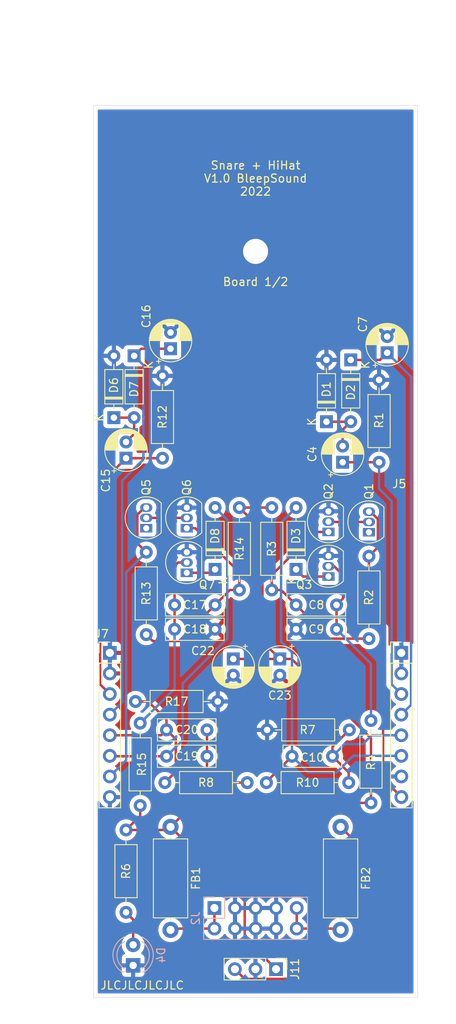
<source format=kicad_pcb>
(kicad_pcb (version 20211014) (generator pcbnew)
  (layers (0 "F.Cu" signal) (31 "B.Cu" signal) (34 "B.Paste" user) (35 "F.Paste" user) (36 "B.SilkS" user "B.Silkscreen") (37 "F.SilkS" user "F.Silkscreen") (38 "B.Mask" user) (39 "F.Mask" user) (44 "Edge.Cuts" user))
  (net 0 "")
  (net 1 "GND")
  (net 2 "+12V")
  (net 3 "-12V")
  (net 4 "Net-(C4-Pad2)")
  (net 5 "Net-(C8-Pad1)")
  (net 6 "Net-(FB1-Pad2)")
  (net 7 "Net-(FB2-Pad2)")
  (net 8 "/DeH")
  (net 9 "/SnI")
  (net 10 "/SnH")
  (net 11 "Net-(C8-Pad2)")
  (net 12 "/So")
  (net 13 "/HiDH")
  (net 14 "Net-(C15-Pad2)")
  (net 15 "/HiI")
  (net 16 "/HiH")
  (net 17 "Net-(C17-Pad2)")
  (net 18 "Net-(C17-Pad1)")
  (net 19 "Net-(C19-Pad2)")
  (net 20 "/Ho")
  (net 21 "Net-(D3-Pad1)")
  (net 22 "Net-(D4-Pad2)")
  (net 23 "Net-(D8-Pad1)")
  (net 24 "/SnO")
  (net 25 "/HiO")
  (net 28 "Net-(Q1-Pad2)")
  (net 29 "Net-(Q5-Pad2)")
  (footprint "Capacitor_THT:CP_Radial_D5.0mm_P2.00mm" (layer "F.Cu") (at 60.75 75 90)
    (fp_text reference "C4" (at 1 -3.75 90) (layer "F.SilkS"))
    (fp_text value "10µF")
    (pad "1" thru_hole rect locked (at 0 0 90) (size 1.6 1.6) (drill 0.8) (layers *.Cu *.Mask) (net 9 "/SnI"))
    (pad "2" thru_hole circle locked (at 2 0 90) (size 1.6 1.6) (drill 0.8) (layers *.Cu *.Mask) (net 4 "Net-(C4-Pad2)"))
  )
  (footprint "Capacitor_THT:CP_Radial_D5.0mm_P2.00mm" (layer "F.Cu") (at 66.25 61.5 90)
    (fp_text reference "C7" (at 3.5 -3 90) (layer "F.SilkS"))
    (fp_text value "10µF")
    (pad "1" thru_hole rect locked (at 0 0 90) (size 1.6 1.6) (drill 0.8) (layers *.Cu *.Mask) (net 10 "/SnH"))
    (pad "2" thru_hole circle locked (at 2 0 90) (size 1.6 1.6) (drill 0.8) (layers *.Cu *.Mask) (net 1 "GND"))
  )
  (footprint "Capacitor_THT:C_Disc_D7.0mm_W2.5mm_P5.00mm" (layer "F.Cu") (at 55 92.59)
    (fp_text reference "C8" (at 2.5 0) (layer "F.SilkS"))
    (fp_text value "1µF")
    (pad "1" thru_hole circle locked (at 0 0) (size 1.6 1.6) (drill 0.8) (layers *.Cu *.Mask) (net 5 "Net-(C8-Pad1)"))
    (pad "2" thru_hole circle locked (at 5 0) (size 1.6 1.6) (drill 0.8) (layers *.Cu *.Mask) (net 11 "Net-(C8-Pad2)"))
  )
  (footprint "Capacitor_THT:C_Disc_D7.0mm_W2.5mm_P5.00mm" (layer "F.Cu") (at 55 95.59)
    (fp_text reference "C9" (at 2.5 0) (layer "F.SilkS"))
    (fp_text value "0.1µF")
    (pad "1" thru_hole circle locked (at 0 0) (size 1.6 1.6) (drill 0.8) (layers *.Cu *.Mask) (net 1 "GND"))
    (pad "2" thru_hole circle locked (at 5 0) (size 1.6 1.6) (drill 0.8) (layers *.Cu *.Mask) (net 11 "Net-(C8-Pad2)"))
  )
  (footprint "Capacitor_THT:C_Disc_D7.0mm_W2.5mm_P5.00mm" (layer "F.Cu") (at 54.5 111.25)
    (fp_text reference "C10" (at 2.5 0.15) (layer "F.SilkS"))
    (fp_text value ".1µF")
    (pad "1" thru_hole circle locked (at 0 0) (size 1.6 1.6) (drill 0.8) (layers *.Cu *.Mask) (net 12 "/So"))
    (pad "2" thru_hole circle locked (at 5 0) (size 1.6 1.6) (drill 0.8) (layers *.Cu *.Mask) (net 24 "/SnO"))
  )
  (footprint "Capacitor_THT:CP_Radial_D5.0mm_P2.00mm" (layer "F.Cu") (at 39.5 61 90)
    (fp_text reference "C16" (at 4 -3 90) (layer "F.SilkS"))
    (fp_text value "10µF")
    (pad "1" thru_hole rect locked (at 0 0 90) (size 1.6 1.6) (drill 0.8) (layers *.Cu *.Mask) (net 16 "/HiH"))
    (pad "2" thru_hole circle locked (at 2 0 90) (size 1.6 1.6) (drill 0.8) (layers *.Cu *.Mask) (net 1 "GND"))
  )
  (footprint "Capacitor_THT:C_Disc_D7.0mm_W2.5mm_P5.00mm" (layer "F.Cu") (at 45 92.59 180)
    (fp_text reference "C17" (at 2.5 0) (layer "F.SilkS"))
    (fp_text value "1µF")
    (pad "1" thru_hole circle locked (at 0 0 180) (size 1.6 1.6) (drill 0.8) (layers *.Cu *.Mask) (net 18 "Net-(C17-Pad1)"))
    (pad "2" thru_hole circle locked (at 5 0 180) (size 1.6 1.6) (drill 0.8) (layers *.Cu *.Mask) (net 17 "Net-(C17-Pad2)"))
  )
  (footprint "Capacitor_THT:C_Disc_D7.0mm_W2.5mm_P5.00mm" (layer "F.Cu") (at 45 95.59 180)
    (fp_text reference "C18" (at 2.5 0) (layer "F.SilkS"))
    (fp_text value "10nF")
    (pad "1" thru_hole circle locked (at 0 0 180) (size 1.6 1.6) (drill 0.8) (layers *.Cu *.Mask) (net 1 "GND"))
    (pad "2" thru_hole circle locked (at 5 0 180) (size 1.6 1.6) (drill 0.8) (layers *.Cu *.Mask) (net 17 "Net-(C17-Pad2)"))
  )
  (footprint "Capacitor_THT:C_Disc_D7.0mm_W2.5mm_P5.00mm" (layer "F.Cu") (at 39 111.25)
    (fp_text reference "C19" (at 2.5 0) (layer "F.SilkS"))
    (fp_text value "680pF")
    (pad "1" thru_hole circle locked (at 0 0) (size 1.6 1.6) (drill 0.8) (layers *.Cu *.Mask) (net 20 "/Ho"))
    (pad "2" thru_hole circle locked (at 5 0) (size 1.6 1.6) (drill 0.8) (layers *.Cu *.Mask) (net 19 "Net-(C19-Pad2)"))
  )
  (footprint "Capacitor_THT:C_Disc_D7.0mm_W2.5mm_P5.00mm" (layer "F.Cu") (at 44 108 180)
    (fp_text reference "C20" (at 2.5 0.02) (layer "F.SilkS"))
    (fp_text value ".1µF")
    (pad "1" thru_hole circle locked (at 0 0 180) (size 1.6 1.6) (drill 0.8) (layers *.Cu *.Mask) (net 19 "Net-(C19-Pad2)"))
    (pad "2" thru_hole circle locked (at 5 0 180) (size 1.6 1.6) (drill 0.8) (layers *.Cu *.Mask) (net 25 "/HiO"))
  )
  (footprint "Diode_THT:D_DO-35_SOD27_P7.62mm_Horizontal" (layer "F.Cu") (at 58.75 70 90)
    (fp_text reference "D1" (at 4 0 90) (layer "F.SilkS"))
    (fp_text value "1N4148")
    (fp_text user "K" (at 0 -1.8 90) (layer "F.SilkS"))
    (pad "1" thru_hole rect locked (at 0 0 90) (size 1.6 1.6) (drill 0.8) (layers *.Cu *.Mask) (net 4 "Net-(C4-Pad2)"))
    (pad "2" thru_hole oval locked (at 7.62 0 90) (size 1.6 1.6) (drill 0.8) (layers *.Cu *.Mask) (net 1 "GND"))
  )
  (footprint "Diode_THT:D_DO-35_SOD27_P7.62mm_Horizontal" (layer "F.Cu") (at 61.75 62.38 -90)
    (fp_text reference "D2" (at 4 0 90) (layer "F.SilkS"))
    (fp_text value "1N4148")
    (fp_text user "K" (at 0.62 -1.8 90) (layer "F.SilkS"))
    (pad "1" thru_hole rect locked (at 0 0 270) (size 1.6 1.6) (drill 0.8) (layers *.Cu *.Mask) (net 10 "/SnH"))
    (pad "2" thru_hole oval locked (at 7.62 0 270) (size 1.6 1.6) (drill 0.8) (layers *.Cu *.Mask) (net 4 "Net-(C4-Pad2)"))
  )
  (footprint "Diode_THT:D_DO-35_SOD27_P7.62mm_Horizontal" (layer "F.Cu") (at 55 88.21 90)
    (fp_text reference "D3" (at 4.12 0 90) (layer "F.SilkS"))
    (fp_text value "1N4148")
    (fp_text user "K" (at -1.38 -0.5 90) (layer "F.SilkS"))
    (pad "1" thru_hole rect locked (at 0 0 90) (size 1.6 1.6) (drill 0.8) (layers *.Cu *.Mask) (net 21 "Net-(D3-Pad1)"))
    (pad "2" thru_hole oval locked (at 7.62 0 90) (size 1.6 1.6) (drill 0.8) (layers *.Cu *.Mask) (net 12 "/So"))
  )
  (footprint "Diode_THT:D_DO-35_SOD27_P7.62mm_Horizontal" (layer "F.Cu") (at 32.5 69.5 90)
    (fp_text reference "D6" (at 4 0 90) (layer "F.SilkS"))
    (fp_text value "1N4148")
    (fp_text user "K" (at 0 -1.8 90) (layer "F.SilkS"))
    (pad "1" thru_hole rect locked (at 0 0 90) (size 1.6 1.6) (drill 0.8) (layers *.Cu *.Mask) (net 14 "Net-(C15-Pad2)"))
    (pad "2" thru_hole oval locked (at 7.62 0 90) (size 1.6 1.6) (drill 0.8) (layers *.Cu *.Mask) (net 1 "GND"))
  )
  (footprint "Diode_THT:D_DO-35_SOD27_P7.62mm_Horizontal" (layer "F.Cu") (at 35 61.88 -90)
    (fp_text reference "D7" (at 4.12 0 90) (layer "F.SilkS"))
    (fp_text value "1N4148")
    (fp_text user "K" (at 1.12 -1.8 90) (layer "F.SilkS"))
    (pad "1" thru_hole rect locked (at 0 0 270) (size 1.6 1.6) (drill 0.8) (layers *.Cu *.Mask) (net 16 "/HiH"))
    (pad "2" thru_hole oval locked (at 7.62 0 270) (size 1.6 1.6) (drill 0.8) (layers *.Cu *.Mask) (net 14 "Net-(C15-Pad2)"))
  )
  (footprint "Inductor_THT:L_Axial_L9.5mm_D4.0mm_P12.70mm_Horizontal_Fastron_SMCC" (layer "F.Cu") (at 39.5 119.96 -90)
    (fp_text reference "FB1" (at 6.35 -3.12 90) (layer "F.SilkS"))
    (fp_text value "10R")
    (pad "1" thru_hole circle locked (at 0 0 270) (size 2 2) (drill 1) (layers *.Cu *.Mask) (net 2 "+12V"))
    (pad "2" thru_hole oval locked (at 12.7 0 270) (size 2 2) (drill 1) (layers *.Cu *.Mask) (net 6 "Net-(FB1-Pad2)"))
  )
  (footprint "Inductor_THT:L_Axial_L9.5mm_D4.0mm_P12.70mm_Horizontal_Fastron_SMCC" (layer "F.Cu") (at 60.5 119.96 -90)
    (fp_text reference "FB2" (at 6.35 -3.12 90) (layer "F.SilkS"))
    (fp_text value "10R")
    (pad "1" thru_hole circle locked (at 0 0 270) (size 2 2) (drill 1) (layers *.Cu *.Mask) (net 3 "-12V"))
    (pad "2" thru_hole oval locked (at 12.7 0 270) (size 2 2) (drill 1) (layers *.Cu *.Mask) (net 7 "Net-(FB2-Pad2)"))
  )
  (footprint "Connector_PinHeader_2.54mm:PinHeader_1x08_P2.54mm_Vertical" (layer "F.Cu") (at 68 98.5)
    (fp_text reference "J5" (at -0.25 -20.83) (layer "F.SilkS"))
    (fp_text value "Conn_01x08_Male")
    (pad "1" thru_hole rect locked (at 0 0) (size 1.7 1.7) (drill 1) (layers *.Cu *.Mask) (net 1 "GND"))
    (pad "2" thru_hole oval locked (at 0 2.54) (size 1.7 1.7) (drill 1) (layers *.Cu *.Mask) (net 1 "GND"))
    (pad "3" thru_hole oval locked (at 0 5.08) (size 1.7 1.7) (drill 1) (layers *.Cu *.Mask) (net 9 "/SnI"))
    (pad "4" thru_hole oval locked (at 0 7.62) (size 1.7 1.7) (drill 1) (layers *.Cu *.Mask) (net 10 "/SnH"))
    (pad "5" thru_hole oval locked (at 0 10.16) (size 1.7 1.7) (drill 1) (layers *.Cu *.Mask) (net 24 "/SnO"))
    (pad "6" thru_hole oval locked (at 0 12.7) (size 1.7 1.7) (drill 1) (layers *.Cu *.Mask) (net 12 "/So"))
    (pad "7" thru_hole oval locked (at 0 15.24) (size 1.7 1.7) (drill 1) (layers *.Cu *.Mask) (net 1 "GND"))
    (pad "8" thru_hole oval locked (at 0 17.78) (size 1.7 1.7) (drill 1) (layers *.Cu *.Mask) (net 8 "/DeH"))
  )
  (footprint "Connector_PinHeader_2.54mm:PinHeader_1x08_P2.54mm_Vertical" (layer "F.Cu") (at 32 98.5)
    (fp_text reference "J7" (at -1 -2.33) (layer "F.SilkS"))
    (fp_text value "Conn_01x08_Male")
    (pad "1" thru_hole rect locked (at 0 0) (size 1.7 1.7) (drill 1) (layers *.Cu *.Mask) (net 1 "GND"))
    (pad "2" thru_hole oval locked (at 0 2.54) (size 1.7 1.7) (drill 1) (layers *.Cu *.Mask) (net 1 "GND"))
    (pad "3" thru_hole oval locked (at 0 5.08) (size 1.7 1.7) (drill 1) (layers *.Cu *.Mask) (net 15 "/HiI"))
    (pad "4" thru_hole oval locked (at 0 7.62) (size 1.7 1.7) (drill 1) (layers *.Cu *.Mask) (net 16 "/HiH"))
    (pad "5" thru_hole oval locked (at 0 10.16) (size 1.7 1.7) (drill 1) (layers *.Cu *.Mask) (net 25 "/HiO"))
    (pad "6" thru_hole oval locked (at 0 12.7) (size 1.7 1.7) (drill 1) (layers *.Cu *.Mask) (net 20 "/Ho"))
    (pad "7" thru_hole oval locked (at 0 15.24) (size 1.7 1.7) (drill 1) (layers *.Cu *.Mask) (net 13 "/HiDH"))
    (pad "8" thru_hole oval locked (at 0 17.78) (size 1.7 1.7) (drill 1) (layers *.Cu *.Mask) (net 1 "GND"))
  )
  (footprint "Package_TO_SOT_THT:TO-92_Inline" (layer "F.Cu") (at 64 83.63 90)
    (fp_text reference "Q1" (at 5.04 0 90) (layer "F.SilkS"))
    (fp_text value "BC546")
    (pad "1" thru_hole rect locked (at 0 0 90) (size 1.05 1.5) (drill 0.75) (layers *.Cu *.Mask))
    (pad "2" thru_hole oval locked (at 1.27 0 90) (size 1.05 1.5) (drill 0.75) (layers *.Cu *.Mask) (net 28 "Net-(Q1-Pad2)"))
    (pad "3" thru_hole oval locked (at 2.54 0 90) (size 1.05 1.5) (drill 0.75) (layers *.Cu *.Mask) (net 8 "/DeH"))
  )
  (footprint "Package_TO_SOT_THT:TO-92_Inline" (layer "F.Cu") (at 59 83.59 90)
    (fp_text reference "Q2" (at 5 0 90) (layer "F.SilkS"))
    (fp_text value "BC546")
    (pad "1" thru_hole rect locked (at 0 0 90) (size 1.05 1.5) (drill 0.75) (layers *.Cu *.Mask) (net 5 "Net-(C8-Pad1)"))
    (pad "2" thru_hole oval locked (at 1.27 0 90) (size 1.05 1.5) (drill 0.75) (layers *.Cu *.Mask) (net 28 "Net-(Q1-Pad2)"))
    (pad "3" thru_hole oval locked (at 2.54 0 90) (size 1.05 1.5) (drill 0.75) (layers *.Cu *.Mask) (net 1 "GND"))
  )
  (footprint "Package_TO_SOT_THT:TO-92_Inline" (layer "F.Cu") (at 59 89.09 90)
    (fp_text reference "Q3" (at -1 -3 180) (layer "F.SilkS"))
    (fp_text value "BC546")
    (pad "1" thru_hole rect locked (at 0 0 90) (size 1.05 1.5) (drill 0.75) (layers *.Cu *.Mask) (net 21 "Net-(D3-Pad1)"))
    (pad "2" thru_hole oval locked (at 1.27 0 90) (size 1.05 1.5) (drill 0.75) (layers *.Cu *.Mask) (net 11 "Net-(C8-Pad2)"))
    (pad "3" thru_hole oval locked (at 2.54 0 90) (size 1.05 1.5) (drill 0.75) (layers *.Cu *.Mask) (net 1 "GND"))
  )
  (footprint "Package_TO_SOT_THT:TO-92_Inline" (layer "F.Cu") (at 36.5 83.13 90)
    (fp_text reference "Q5" (at 5.04 0 90) (layer "F.SilkS"))
    (fp_text value "BC546")
    (pad "1" thru_hole rect locked (at 0 0 90) (size 1.05 1.5) (drill 0.75) (layers *.Cu *.Mask))
    (pad "2" thru_hole oval locked (at 1.27 0 90) (size 1.05 1.5) (drill 0.75) (layers *.Cu *.Mask) (net 29 "Net-(Q5-Pad2)"))
    (pad "3" thru_hole oval locked (at 2.54 0 90) (size 1.05 1.5) (drill 0.75) (layers *.Cu *.Mask) (net 13 "/HiDH"))
  )
  (footprint "Package_TO_SOT_THT:TO-92_Inline" (layer "F.Cu") (at 41.5 83.13 90)
    (fp_text reference "Q6" (at 5.04 0 90) (layer "F.SilkS"))
    (fp_text value "BC546")
    (pad "1" thru_hole rect locked (at 0 0 90) (size 1.05 1.5) (drill 0.75) (layers *.Cu *.Mask) (net 18 "Net-(C17-Pad1)"))
    (pad "2" thru_hole oval locked (at 1.27 0 90) (size 1.05 1.5) (drill 0.75) (layers *.Cu *.Mask) (net 29 "Net-(Q5-Pad2)"))
    (pad "3" thru_hole oval locked (at 2.54 0 90) (size 1.05 1.5) (drill 0.75) (layers *.Cu *.Mask) (net 1 "GND"))
  )
  (footprint "Package_TO_SOT_THT:TO-92_Inline" (layer "F.Cu") (at 41.5 88.63 90)
    (fp_text reference "Q7" (at -1.46 2.5 180) (layer "F.SilkS"))
    (fp_text value "BC546")
    (pad "1" thru_hole rect locked (at 0 0 90) (size 1.05 1.5) (drill 0.75) (layers *.Cu *.Mask) (net 23 "Net-(D8-Pad1)"))
    (pad "2" thru_hole oval locked (at 1.27 0 90) (size 1.05 1.5) (drill 0.75) (layers *.Cu *.Mask) (net 17 "Net-(C17-Pad2)"))
    (pad "3" thru_hole oval locked (at 2.54 0 90) (size 1.05 1.5) (drill 0.75) (layers *.Cu *.Mask) (net 1 "GND"))
  )
  (footprint "Resistor_THT:R_Axial_DIN0207_L6.3mm_D2.5mm_P10.16mm_Horizontal" (layer "F.Cu") (at 65.25 75 90)
    (fp_text reference "R1" (at 5.16 0 90) (layer "F.SilkS"))
    (fp_text value "4k7")
    (pad "1" thru_hole circle locked (at 0 0 90) (size 1.6 1.6) (drill 0.8) (layers *.Cu *.Mask) (net 9 "/SnI"))
    (pad "2" thru_hole oval locked (at 10.16 0 90) (size 1.6 1.6) (drill 0.8) (layers *.Cu *.Mask) (net 1 "GND"))
  )
  (footprint "Resistor_THT:R_Axial_DIN0207_L6.3mm_D2.5mm_P10.16mm_Horizontal" (layer "F.Cu") (at 64 86.59 -90)
    (fp_text reference "R2" (at 5.08 0 90) (layer "F.SilkS"))
    (fp_text value "47k")
    (pad "1" thru_hole circle locked (at 0 0 270) (size 1.6 1.6) (drill 0.8) (layers *.Cu *.Mask) (net 8 "/DeH"))
    (pad "2" thru_hole oval locked (at 10.16 0 270) (size 1.6 1.6) (drill 0.8) (layers *.Cu *.Mask) (net 5 "Net-(C8-Pad1)"))
  )
  (footprint "Resistor_THT:R_Axial_DIN0207_L6.3mm_D2.5mm_P10.16mm_Horizontal" (layer "F.Cu") (at 52 80.59 -90)
    (fp_text reference "R3" (at 5.08 0 90) (layer "F.SilkS"))
    (fp_text value "4k7")
    (pad "1" thru_hole circle locked (at 0 0 270) (size 1.6 1.6) (drill 0.8) (layers *.Cu *.Mask) (net 2 "+12V"))
    (pad "2" thru_hole oval locked (at 10.16 0 270) (size 1.6 1.6) (drill 0.8) (layers *.Cu *.Mask) (net 5 "Net-(C8-Pad1)"))
  )
  (footprint "Resistor_THT:R_Axial_DIN0207_L6.3mm_D2.5mm_P10.16mm_Horizontal" (layer "F.Cu") (at 64.25 117 90)
    (fp_text reference "R4" (at 5 0 90) (layer "F.SilkS"))
    (fp_text value "1M")
    (pad "1" thru_hole circle locked (at 0 0 90) (size 1.6 1.6) (drill 0.8) (layers *.Cu *.Mask) (net 2 "+12V"))
    (pad "2" thru_hole oval locked (at 10.16 0 90) (size 1.6 1.6) (drill 0.8) (layers *.Cu *.Mask) (net 11 "Net-(C8-Pad2)"))
  )
  (footprint "Resistor_THT:R_Axial_DIN0207_L6.3mm_D2.5mm_P10.16mm_Horizontal" (layer "F.Cu") (at 34 120.34 -90)
    (fp_text reference "R6" (at 5.08 0 90) (layer "F.SilkS"))
    (fp_text value "2.2k")
    (pad "1" thru_hole circle locked (at 0 0 270) (size 1.6 1.6) (drill 0.8) (layers *.Cu *.Mask) (net 2 "+12V"))
    (pad "2" thru_hole oval locked (at 10.16 0 270) (size 1.6 1.6) (drill 0.8) (layers *.Cu *.Mask) (net 22 "Net-(D4-Pad2)"))
  )
  (footprint "Resistor_THT:R_Axial_DIN0207_L6.3mm_D2.5mm_P10.16mm_Horizontal" (layer "F.Cu") (at 61.58 108 180)
    (fp_text reference "R7" (at 5.16 0) (layer "F.SilkS"))
    (fp_text value "1M")
    (pad "1" thru_hole circle locked (at 0 0 180) (size 1.6 1.6) (drill 0.8) (layers *.Cu *.Mask) (net 24 "/SnO"))
    (pad "2" thru_hole oval locked (at 10.16 0 180) (size 1.6 1.6) (drill 0.8) (layers *.Cu *.Mask) (net 1 "GND"))
  )
  (footprint "Resistor_THT:R_Axial_DIN0207_L6.3mm_D2.5mm_P10.16mm_Horizontal" (layer "F.Cu") (at 38.5 74.5 90)
    (fp_text reference "R12" (at 5.08 0 90) (layer "F.SilkS"))
    (fp_text value "4k7")
    (pad "1" thru_hole circle locked (at 0 0 90) (size 1.6 1.6) (drill 0.8) (layers *.Cu *.Mask) (net 15 "/HiI"))
    (pad "2" thru_hole oval locked (at 10.16 0 90) (size 1.6 1.6) (drill 0.8) (layers *.Cu *.Mask) (net 1 "GND"))
  )
  (footprint "Resistor_THT:R_Axial_DIN0207_L6.3mm_D2.5mm_P10.16mm_Horizontal" (layer "F.Cu") (at 36.5 86.09 -90)
    (fp_text reference "R13" (at 5.08 0 90) (layer "F.SilkS"))
    (fp_text value "47k")
    (pad "1" thru_hole circle locked (at 0 0 270) (size 1.6 1.6) (drill 0.8) (layers *.Cu *.Mask) (net 13 "/HiDH"))
    (pad "2" thru_hole oval locked (at 10.16 0 270) (size 1.6 1.6) (drill 0.8) (layers *.Cu *.Mask) (net 18 "Net-(C17-Pad1)"))
  )
  (footprint "Resistor_THT:R_Axial_DIN0207_L6.3mm_D2.5mm_P10.16mm_Horizontal" (layer "F.Cu") (at 48 80.59 -90)
    (fp_text reference "R14" (at 5.08 0 90) (layer "F.SilkS"))
    (fp_text value "4k7")
    (pad "1" thru_hole circle locked (at 0 0 270) (size 1.6 1.6) (drill 0.8) (layers *.Cu *.Mask) (net 2 "+12V"))
    (pad "2" thru_hole oval locked (at 10.16 0 270) (size 1.6 1.6) (drill 0.8) (layers *.Cu *.Mask) (net 18 "Net-(C17-Pad1)"))
  )
  (footprint "Resistor_THT:R_Axial_DIN0207_L6.3mm_D2.5mm_P10.16mm_Horizontal" (layer "F.Cu") (at 35.75 117.33 90)
    (fp_text reference "R15" (at 5.08 0.2 90) (layer "F.SilkS"))
    (fp_text value "1M")
    (pad "1" thru_hole circle locked (at 0 0 90) (size 1.6 1.6) (drill 0.8) (layers *.Cu *.Mask) (net 2 "+12V"))
    (pad "2" thru_hole oval locked (at 10.16 0 90) (size 1.6 1.6) (drill 0.8) (layers *.Cu *.Mask) (net 17 "Net-(C17-Pad2)"))
  )
  (footprint "Resistor_THT:R_Axial_DIN0207_L6.3mm_D2.5mm_P10.16mm_Horizontal" (layer "F.Cu") (at 35.17 104.5)
    (fp_text reference "R17" (at 5.08 0) (layer "F.SilkS"))
    (fp_text value "1M")
    (pad "1" thru_hole circle locked (at 0 0) (size 1.6 1.6) (drill 0.8) (layers *.Cu *.Mask) (net 25 "/HiO"))
    (pad "2" thru_hole oval locked (at 10.16 0) (size 1.6 1.6) (drill 0.8) (layers *.Cu *.Mask) (net 1 "GND"))
  )
  (footprint "Capacitor_THT:CP_Radial_D5.0mm_P2.00mm" (layer "F.Cu") (at 34 74.5 90)
    (fp_text reference "C15" (at -2.75 -2.5 90) (layer "F.SilkS"))
    (fp_text value "10µF")
    (pad "1" thru_hole rect locked (at 0 0 90) (size 1.6 1.6) (drill 0.8) (layers *.Cu *.Mask) (net 15 "/HiI"))
    (pad "2" thru_hole circle locked (at 2 0 90) (size 1.6 1.6) (drill 0.8) (layers *.Cu *.Mask) (net 14 "Net-(C15-Pad2)"))
  )
  (footprint "Capacitor_THT:CP_Radial_D5.0mm_P2.00mm" (layer "F.Cu") (at 47.25 99.25 -90)
    (fp_text reference "C22" (at -1 3.75) (layer "F.SilkS"))
    (fp_text value "100µ")
    (pad "1" thru_hole rect locked (at 0 0 270) (size 1.6 1.6) (drill 0.8) (layers *.Cu *.Mask) (net 2 "+12V"))
    (pad "2" thru_hole circle locked (at 2 0 270) (size 1.6 1.6) (drill 0.8) (layers *.Cu *.Mask) (net 1 "GND"))
  )
  (footprint "Diode_THT:D_DO-35_SOD27_P7.62mm_Horizontal" (layer "F.Cu") (at 45 88.21 90)
    (fp_text reference "D8" (at 4.12 0 90) (layer "F.SilkS"))
    (fp_text value "1N4148")
    (fp_text user "K" (at -1.38 1 90) (layer "F.SilkS"))
    (pad "1" thru_hole rect locked (at 0 0 90) (size 1.6 1.6) (drill 0.8) (layers *.Cu *.Mask) (net 23 "Net-(D8-Pad1)"))
    (pad "2" thru_hole oval locked (at 7.62 0 90) (size 1.6 1.6) (drill 0.8) (layers *.Cu *.Mask) (net 20 "/Ho"))
  )
  (footprint "Capacitor_THT:CP_Radial_D5.0mm_P2.00mm" (layer "F.Cu") (at 53 99.25 -90)
    (fp_text reference "C23" (at 4.5 0) (layer "F.SilkS"))
    (fp_text value "100µ")
    (pad "1" thru_hole rect locked (at 0 0 270) (size 1.6 1.6) (drill 0.8) (layers *.Cu *.Mask) (net 2 "+12V"))
    (pad "2" thru_hole circle locked (at 2 0 270) (size 1.6 1.6) (drill 0.8) (layers *.Cu *.Mask) (net 1 "GND"))
  )
  (footprint "Resistor_THT:R_Axial_DIN0207_L6.3mm_D2.5mm_P10.16mm_Horizontal" (layer "F.Cu") (at 38.8 114.5)
    (fp_text reference "R8" (at 5.08 0) (layer "F.SilkS"))
    (fp_text value "0R")
    (pad "1" thru_hole circle locked (at 0 0) (size 1.6 1.6) (drill 0.8) (layers *.Cu *.Mask) (net 25 "/HiO"))
    (pad "2" thru_hole oval locked (at 10.16 0) (size 1.6 1.6) (drill 0.8) (layers *.Cu *.Mask) (net 19 "Net-(C19-Pad2)"))
  )
  (footprint "Resistor_THT:R_Axial_DIN0207_L6.3mm_D2.5mm_P10.16mm_Horizontal" (layer "F.Cu") (at 61.5 114.5 180)
    (fp_text reference "R10" (at 5.08 0) (layer "F.SilkS"))
    (fp_text value "0R")
    (pad "1" thru_hole circle locked (at 0 0 180) (size 1.6 1.6) (drill 0.8) (layers *.Cu *.Mask) (net 24 "/SnO"))
    (pad "2" thru_hole oval locked (at 10.16 0 180) (size 1.6 1.6) (drill 0.8) (layers *.Cu *.Mask) (net 12 "/So"))
  )
  (footprint "Connector_PinHeader_2.54mm:PinHeader_1x03_P2.54mm_Vertical" (layer "F.Cu") (at 52.525 137.5 -90)
    (fp_text reference "J11" (at 0 -2.33 90) (layer "F.SilkS"))
    (fp_text value "Conn_01x03_Male")
    (pad "1" thru_hole rect locked (at 0 0 270) (size 1.7 1.7) (drill 1) (layers *.Cu *.Mask) (net 2 "+12V"))
    (pad "2" thru_hole oval locked (at 0 2.54 270) (size 1.7 1.7) (drill 1) (layers *.Cu *.Mask) (net 1 "GND"))
    (pad "3" thru_hole oval locked (at 0 5.08 270) (size 1.7 1.7) (drill 1) (layers *.Cu *.Mask) (net 3 "-12V"))
  )
  (footprint "LED_THT:LED_D4.0mm" (layer "B.Cu") (at 34.88 137.04 90)
    (fp_text reference "D4" (at 1.27 3.46 90) (layer "B.SilkS") (effects (justify mirror)))
    (fp_text value "LED-12V")
    (pad "1" thru_hole rect locked (at 0 0 90) (size 1.8 1.8) (drill 0.9) (layers *.Cu *.Mask) (net 1 "GND"))
    (pad "2" thru_hole circle locked (at 2.54 0 90) (size 1.8 1.8) (drill 0.9) (layers *.Cu *.Mask) (net 22 "Net-(D4-Pad2)"))
  )
  (footprint "Connector_PinHeader_2.54mm:PinHeader_2x05_P2.54mm_Vertical" (layer "B.Cu") (at 44.92 129.96 -90)
    (fp_text reference "J2" (at 1.27 2.33 90) (layer "B.SilkS") (effects (justify mirror)))
    (fp_text value "Power Input")
    (pad "1" thru_hole rect locked (at 0 0 270) (size 1.7 1.7) (drill 1) (layers *.Cu *.Mask) (net 6 "Net-(FB1-Pad2)"))
    (pad "2" thru_hole oval locked (at 2.54 0 270) (size 1.7 1.7) (drill 1) (layers *.Cu *.Mask) (net 6 "Net-(FB1-Pad2)"))
    (pad "3" thru_hole oval locked (at 0 -2.54 270) (size 1.7 1.7) (drill 1) (layers *.Cu *.Mask) (net 1 "GND"))
    (pad "4" thru_hole oval locked (at 2.54 -2.54 270) (size 1.7 1.7) (drill 1) (layers *.Cu *.Mask) (net 1 "GND"))
    (pad "5" thru_hole oval locked (at 0 -5.08 270) (size 1.7 1.7) (drill 1) (layers *.Cu *.Mask) (net 1 "GND"))
    (pad "6" thru_hole oval locked (at 2.54 -5.08 270) (size 1.7 1.7) (drill 1) (layers *.Cu *.Mask) (net 1 "GND"))
    (pad "7" thru_hole oval locked (at 0 -7.62 270) (size 1.7 1.7) (drill 1) (layers *.Cu *.Mask) (net 1 "GND"))
    (pad "8" thru_hole oval locked (at 2.54 -7.62 270) (size 1.7 1.7) (drill 1) (layers *.Cu *.Mask) (net 1 "GND"))
    (pad "9" thru_hole oval locked (at 0 -10.16 270) (size 1.7 1.7) (drill 1) (layers *.Cu *.Mask) (net 7 "Net-(FB2-Pad2)"))
    (pad "10" thru_hole oval locked (at 2.54 -10.16 270) (size 1.7 1.7) (drill 1) (layers *.Cu *.Mask) (net 7 "Net-(FB2-Pad2)"))
  )
  (gr_line (start 69.999999 31) (end 70 141) (layer "Edge.Cuts") (width 0.05))
  (gr_line (start 30 31) (end 30 141) (layer "Edge.Cuts") (width 0.05))
  (gr_line (start 30 31) (end 69.999999 31) (layer "Edge.Cuts") (width 0.05))
  (gr_line (start 30 141) (end 70 141) (layer "Edge.Cuts") (width 0.05))
  (gr_text "JLCJLCJLCJLC\n" (at 36 139.5) (layer "F.SilkS") (effects (font (size 1 1))))
  (gr_text "Snare + HiHat\nV1.0 BleepSound\n2022" (at 50 40) (layer "F.SilkS") (effects (font (size 1 1))))
  (gr_text "Board 1/2" (at 50 52.75) (layer "F.SilkS") (effects (font (size 1 1))))
  (via (at 50 49) (size 3.6) (drill 3.1) (layers "F.Cu" "B.Cu") (net 1))
  (segment (start 64.25 117) (end 42.46 117) (width 0.3) (layer "F.Cu") (net 2))
  (segment (start 64.25 109.044345) (end 64.25 117) (width 0.3) (layer "F.Cu") (net 2))
  (segment (start 48.659511 133.634511) (end 48.659511 129.119511) (width 0.3) (layer "F.Cu") (net 2))
  (segment (start 52 80.59) (end 48 80.59) (width 0.3) (layer "F.Cu") (net 2))
  (segment (start 35.75 118.59) (end 34 120.34) (width 0.3) (layer "F.Cu") (net 2))
  (segment (start 53 99.25) (end 54.455655 99.25) (width 0.3) (layer "F.Cu") (net 2))
  (segment (start 52.525 137.5) (end 48.659511 133.634511) (width 0.3) (layer "F.Cu") (net 2))
  (segment (start 53 99.25) (end 47.25 99.25) (width 0.3) (layer "F.Cu") (net 2))
  (segment (start 42.46 117) (end 39.5 119.96) (width 0.3) (layer "F.Cu") (net 2))
  (segment (start 39.12 120.34) (end 39.5 119.96) (width 0.3) (layer "F.Cu") (net 2))
  (segment (start 54.455655 99.25) (end 64.25 109.044345) (width 0.3) (layer "F.Cu") (net 2))
  (segment (start 48.659511 129.119511) (end 39.5 119.96) (width 0.3) (layer "F.Cu") (net 2))
  (segment (start 50.850489 97.100489) (end 50.850489 83.440489) (width 0.3) (layer "F.Cu") (net 2))
  (segment (start 34 120.34) (end 39.12 120.34) (width 0.3) (layer "F.Cu") (net 2))
  (segment (start 50.850489 97.100489) (end 53 99.25) (width 0.3) (layer "F.Cu") (net 2))
  (segment (start 35.75 117.33) (end 35.75 118.59) (width 0.3) (layer "F.Cu") (net 2))
  (segment (start 50.850489 83.440489) (end 48 80.59) (width 0.3) (layer "F.Cu") (net 2))
  (segment (start 62.5 134) (end 62.5 121.96) (width 0.3) (layer "F.Cu") (net 3))
  (segment (start 47.445 137.5) (end 48.644511 138.699511) (width 0.3) (layer "F.Cu") (net 3))
  (segment (start 48.644511 138.699511) (end 57.800489 138.699511) (width 0.3) (layer "F.Cu") (net 3))
  (segment (start 62.5 121.96) (end 60.5 119.96) (width 0.3) (layer "F.Cu") (net 3))
  (segment (start 57.800489 138.699511) (end 62.5 134) (width 0.3) (layer "F.Cu") (net 3))
  (segment (start 60.75 73) (end 60.75 71) (width 0.3) (layer "F.Cu") (net 4))
  (segment (start 60.75 71) (end 61.75 70) (width 0.3) (layer "F.Cu") (net 4))
  (segment (start 61.75 70) (end 58.75 70) (width 0.3) (layer "F.Cu") (net 4))
  (segment (start 52 88.910978) (end 57.320978 83.59) (width 0.3) (layer "F.Cu") (net 5))
  (segment (start 53.16 90.75) (end 55 92.59) (width 0.3) (layer "F.Cu") (net 5))
  (segment (start 57.320978 83.59) (end 59 83.59) (width 0.3) (layer "F.Cu") (net 5))
  (segment (start 55 92.59) (end 59.16 96.75) (width 0.3) (layer "F.Cu") (net 5))
  (segment (start 52 90.75) (end 52 88.910978) (width 0.3) (layer "F.Cu") (net 5))
  (segment (start 52 90.75) (end 53.16 90.75) (width 0.3) (layer "F.Cu") (net 5))
  (segment (start 59.16 96.75) (end 64 96.75) (width 0.3) (layer "F.Cu") (net 5))
  (segment (start 44.92 129.96) (end 44.92 132.5) (width 0.3) (layer "F.Cu") (net 6))
  (segment (start 39.66 132.5) (end 39.5 132.66) (width 0.3) (layer "F.Cu") (net 6))
  (segment (start 44.92 132.5) (end 39.66 132.5) (width 0.3) (layer "F.Cu") (net 6))
  (segment (start 55.08 132.5) (end 60.34 132.5) (width 0.3) (layer "F.Cu") (net 7))
  (segment (start 55.08 132.5) (end 55.08 129.96) (width 0.3) (layer "F.Cu") (net 7))
  (segment (start 60.34 132.5) (end 60.5 132.66) (width 0.3) (layer "F.Cu") (net 7))
  (segment (start 65.09952 85.49048) (end 64 86.59) (width 0.3) (layer "F.Cu") (net 8))
  (segment (start 64.191758 81.09) (end 65.09952 81.997762) (width 0.3) (layer "F.Cu") (net 8))
  (segment (start 65.75 114.03) (end 68 116.28) (width 0.3) (layer "F.Cu") (net 8))
  (segment (start 64 81.09) (end 64.191758 81.09) (width 0.3) (layer "F.Cu") (net 8))
  (segment (start 64 93.75) (end 65.75 95.5) (width 0.3) (layer "F.Cu") (net 8))
  (segment (start 65.09952 81.997762) (end 65.09952 85.49048) (width 0.3) (layer "F.Cu") (net 8))
  (segment (start 65.75 95.5) (end 65.75 114.03) (width 0.3) (layer "F.Cu") (net 8))
  (segment (start 64 86.59) (end 64 93.75) (width 0.3) (layer "F.Cu") (net 8))
  (segment (start 60.75 75) (end 65.25 75) (width 0.3) (layer "F.Cu") (net 9))
  (segment (start 66.800489 79.800489) (end 65.25 78.25) (width 0.3) (layer "B.Cu") (net 9))
  (segment (start 66.800489 102.380489) (end 66.800489 79.800489) (width 0.3) (layer "B.Cu") (net 9))
  (segment (start 65.25 78.25) (end 65.25 75) (width 0.3) (layer "B.Cu") (net 9))
  (segment (start 68 103.58) (end 66.800489 102.380489) (width 0.3) (layer "B.Cu") (net 9))
  (segment (start 65.37 62.38) (end 66.25 61.5) (width 0.3) (layer "F.Cu") (net 10))
  (segment (start 61.75 62.38) (end 65.37 62.38) (width 0.3) (layer "F.Cu") (net 10))
  (segment (start 69.199511 104.920489) (end 68 106.12) (width 0.3) (layer "B.Cu") (net 10))
  (segment (start 69.199511 64.449511) (end 69.199511 104.920489) (width 0.3) (layer "B.Cu") (net 10))
  (segment (start 66.25 61.5) (end 69.199511 64.449511) (width 0.3) (layer "B.Cu") (net 10))
  (segment (start 60 92.59) (end 60 95.59) (width 0.3) (layer "F.Cu") (net 11))
  (segment (start 59.704022 87.82) (end 60.799999 88.915977) (width 0.3) (layer "F.Cu") (net 11))
  (segment (start 60.799999 91.790001) (end 60 92.59) (width 0.3) (layer "F.Cu") (net 11))
  (segment (start 59 87.82) (end 59.704022 87.82) (width 0.3) (layer "F.Cu") (net 11))
  (segment (start 60.799999 88.915977) (end 60.799999 91.790001) (width 0.3) (layer "F.Cu") (net 11))
  (segment (start 64.25 99.84) (end 60 95.59) (width 0.3) (layer "B.Cu") (net 11))
  (segment (start 64.25 106.84) (end 64.25 99.84) (width 0.3) (layer "B.Cu") (net 11))
  (segment (start 54.5 111.25) (end 51.34 114.41) (width 0.3) (layer "F.Cu") (net 12))
  (segment (start 51.34 114.41) (end 51.34 114.5) (width 0.3) (layer "F.Cu") (net 12))
  (segment (start 54.5 98.450978) (end 53.149511 97.100489) (width 0.3) (layer "B.Cu") (net 12))
  (segment (start 62.05 111.2) (end 60 113.25) (width 0.3) (layer "B.Cu") (net 12))
  (segment (start 53.149511 82.440489) (end 55 80.59) (width 0.3) (layer "B.Cu") (net 12))
  (segment (start 53.149511 97.100489) (end 53.149511 82.440489) (width 0.3) (layer "B.Cu") (net 12))
  (segment (start 68 111.2) (end 62.05 111.2) (width 0.3) (layer "B.Cu") (net 12))
  (segment (start 60 113.25) (end 56.5 113.25) (width 0.3) (layer "B.Cu") (net 12))
  (segment (start 54.5 111.25) (end 54.5 98.450978) (width 0.3) (layer "B.Cu") (net 12))
  (segment (start 56.5 113.25) (end 54.5 111.25) (width 0.3) (layer "B.Cu") (net 12))
  (segment (start 36.5 80.59) (end 36.275 80.59) (width 0.3) (layer "F.Cu") (net 13))
  (segment (start 36.275 80.59) (end 35.400489 81.464511) (width 0.3) (layer "F.Cu") (net 13))
  (segment (start 35.400489 84.990489) (end 36.5 86.09) (width 0.3) (layer "F.Cu") (net 13))
  (segment (start 35.400489 81.464511) (end 35.400489 84.990489) (width 0.3) (layer "F.Cu") (net 13))
  (segment (start 34.020489 111.719511) (end 32 113.74) (width 0.3) (layer "B.Cu") (net 13))
  (segment (start 34.020489 88.569511) (end 34.020489 111.719511) (width 0.3) (layer "B.Cu") (net 13))
  (segment (start 36.5 86.09) (end 34.020489 88.569511) (width 0.3) (layer "B.Cu") (net 13))
  (segment (start 35 71.5) (end 34 72.5) (width 0.3) (layer "F.Cu") (net 14))
  (segment (start 35 69.5) (end 35 71.5) (width 0.3) (layer "F.Cu") (net 14))
  (segment (start 35 69.5) (end 32.5 69.5) (width 0.3) (layer "F.Cu") (net 14))
  (segment (start 30.800489 102.380489) (end 32 103.58) (width 0.3) (layer "F.Cu") (net 15))
  (segment (start 34 74.5) (end 30.800489 77.699511) (width 0.3) (layer "F.Cu") (net 15))
  (segment (start 38.5 74.5) (end 34 74.5) (width 0.3) (layer "F.Cu") (net 15))
  (segment (start 30.800489 77.699511) (end 30.800489 102.380489) (width 0.3) (layer "F.Cu") (net 15))
  (segment (start 39.5 61) (end 35.88 61) (width 0.3) (layer "F.Cu") (net 16))
  (segment (start 35.88 61) (end 35 61.88) (width 0.3) (layer "F.Cu") (net 16))
  (segment (start 33.520969 104.599031) (end 33.520969 77.278053) (width 0.3) (layer "B.Cu") (net 16))
  (segment (start 33.520969 77.278053) (end 36.149511 74.649511) (width 0.3) (layer "B.Cu") (net 16))
  (segment (start 36.149511 74.649511) (end 36.149511 63.029511) (width 0.3) (layer "B.Cu") (net 16))
  (segment (start 36.149511 63.029511) (end 35 61.88) (width 0.3) (layer "B.Cu") (net 16))
  (segment (start 32 106.12) (end 33.520969 104.599031) (width 0.3) (layer "B.Cu") (net 16))
  (segment (start 40.45 87.36) (end 40 87.81) (width 0.3) (layer "F.Cu") (net 17))
  (segment (start 41.5 87.36) (end 40.45 87.36) (width 0.3) (layer "F.Cu") (net 17))
  (segment (start 40 87.81) (end 40 92.59) (width 0.3) (layer "F.Cu") (net 17))
  (segment (start 40 92.59) (end 40 95.59) (width 0.3) (layer "F.Cu") (net 17))
  (segment (start 40 95.59) (end 40 102.92) (width 0.3) (layer "B.Cu") (net 17))
  (segment (start 40 102.92) (end 35.75 107.17) (width 0.3) (layer "B.Cu") (net 17))
  (segment (start 46.84 90.75) (end 45 92.59) (width 0.3) (layer "F.Cu") (net 18))
  (segment (start 45 92.59) (end 40.540001 97.049999) (width 0.3) (layer "F.Cu") (net 18))
  (segment (start 42.55 83.13) (end 48 88.58) (width 0.3) (layer "F.Cu") (net 18))
  (segment (start 41.5 83.13) (end 42.55 83.13) (width 0.3) (layer "F.Cu") (net 18))
  (segment (start 40.540001 97.049999) (end 37.299999 97.049999) (width 0.3) (layer "F.Cu") (net 18))
  (segment (start 48 88.58) (end 48 90.75) (width 0.3) (layer "F.Cu") (net 18))
  (segment (start 48 90.75) (end 46.84 90.75) (width 0.3) (layer "F.Cu") (net 18))
  (segment (start 37.299999 97.049999) (end 36.5 96.25) (width 0.3) (layer "F.Cu") (net 18))
  (segment (start 44 111.25) (end 44 112.75) (width 0.3) (layer "F.Cu") (net 19))
  (segment (start 44 112.75) (end 45.75 114.5) (width 0.3) (layer "F.Cu") (net 19))
  (segment (start 44 108) (end 44 111.25) (width 0.3) (layer "F.Cu") (net 19))
  (segment (start 45.75 114.5) (end 48.96 114.5) (width 0.3) (layer "F.Cu") (net 19))
  (segment (start 39 111.25) (end 32.05 111.25) (width 0.3) (layer "F.Cu") (net 20))
  (segment (start 32.05 111.25) (end 32 111.2) (width 0.3) (layer "F.Cu") (net 20))
  (segment (start 45 80.59) (end 46.5 82.09) (width 0.3) (layer "B.Cu") (net 20))
  (segment (start 41 102.25) (end 41 109.25) (width 0.3) (layer "B.Cu") (net 20))
  (segment (start 46.5 96.75) (end 41 102.25) (width 0.3) (layer "B.Cu") (net 20))
  (segment (start 46.5 82.09) (end 46.5 96.75) (width 0.3) (layer "B.Cu") (net 20))
  (segment (start 41 109.25) (end 39 111.25) (width 0.3) (layer "B.Cu") (net 20))
  (segment (start 55.88 89.09) (end 55 88.21) (width 0.3) (layer "F.Cu") (net 21))
  (segment (start 59 89.09) (end 55.88 89.09) (width 0.3) (layer "F.Cu") (net 21))
  (segment (start 34.88 134.5) (end 34.88 131.38) (width 0.3) (layer "F.Cu") (net 22))
  (segment (start 34.88 131.38) (end 34 130.5) (width 0.3) (layer "F.Cu") (net 22))
  (segment (start 41.5 88.63) (end 44.58 88.63) (width 0.3) (layer "F.Cu") (net 23))
  (segment (start 44.58 88.63) (end 45 88.21) (width 0.3) (layer "F.Cu") (net 23))
  (segment (start 61.5 114.5) (end 61.5 113.25) (width 0.3) (layer "F.Cu") (net 24))
  (segment (start 59.5 110.08) (end 61.58 108) (width 0.3) (layer "F.Cu") (net 24))
  (segment (start 61.5 113.25) (end 59.5 111.25) (width 0.3) (layer "F.Cu") (net 24))
  (segment (start 59.5 111.25) (end 59.5 110.08) (width 0.3) (layer "F.Cu") (net 24))
  (segment (start 63.25 109.75) (end 61 109.75) (width 0.3) (layer "B.Cu") (net 24))
  (segment (start 61 109.75) (end 59.5 111.25) (width 0.3) (layer "B.Cu") (net 24))
  (segment (start 64.34 108.66) (end 63.25 109.75) (width 0.3) (layer "B.Cu") (net 24))
  (segment (start 68 108.66) (end 64.34 108.66) (width 0.3) (layer "B.Cu") (net 24))
  (segment (start 35.17 104.5) (end 36.75 104.5) (width 0.3) (layer "F.Cu") (net 25))
  (segment (start 38.34 108.66) (end 32 108.66) (width 0.3) (layer "F.Cu") (net 25))
  (segment (start 39 108) (end 40.149511 109.149511) (width 0.3) (layer "F.Cu") (net 25))
  (segment (start 39 108) (end 38.34 108.66) (width 0.3) (layer "F.Cu") (net 25))
  (segment (start 40.149511 113.150489) (end 38.8 114.5) (width 0.3) (layer "F.Cu") (net 25))
  (segment (start 40.149511 109.149511) (end 40.149511 113.150489) (width 0.3) (layer "F.Cu") (net 25))
  (segment (start 39 106.75) (end 39 108) (width 0.3) (layer "F.Cu") (net 25))
  (segment (start 36.75 104.5) (end 39 106.75) (width 0.3) (layer "F.Cu") (net 25))
  (segment (start 59.04 82.36) (end 59 82.32) (width 0.3) (layer "F.Cu") (net 28))
  (segment (start 64 82.36) (end 59.04 82.36) (width 0.3) (layer "F.Cu") (net 28))
  (segment (start 41.5 81.86) (end 36.5 81.86) (width 0.3) (layer "F.Cu") (net 29))
  (zone (net 1) (net_name "GND") (layer "F.Cu") (connect_pads (clearance 0.508)) (min_thickness 0.254) (fill yes (thermal_gap 0.508) (thermal_bridge_width 0.508))
    (polygon (pts (xy 70 141) (xy 30 141) (xy 30 31) (xy 70 31)))
  )
  (zone (net 1) (net_name "GND") (layer "B.Cu") (connect_pads (clearance 0.508)) (min_thickness 0.254) (fill yes (thermal_gap 0.508) (thermal_bridge_width 0.508))
    (polygon (pts (xy 70 141) (xy 30 141) (xy 30 31) (xy 70 31)))
  )
)
</source>
